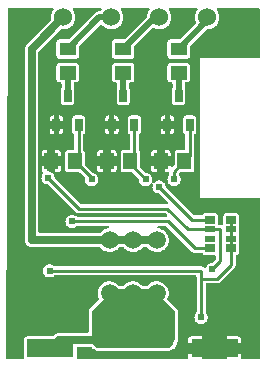
<source format=gbl>
G04 Layer: BottomLayer*
G04 EasyEDA v6.5.23, 2023-04-30 22:23:46*
G04 780a14c897c5458fb3efe7b42501c717,664421963ecb4a5db0a4e46f32b0c09c,10*
G04 Gerber Generator version 0.2*
G04 Scale: 100 percent, Rotated: No, Reflected: No *
G04 Dimensions in millimeters *
G04 leading zeros omitted , absolute positions ,4 integer and 5 decimal *
%FSLAX45Y45*%
%MOMM*%

%AMMACRO1*21,1,$1,$2,0,0,$3*%
%ADD10C,0.6350*%
%ADD11C,0.2540*%
%ADD12C,0.5080*%
%ADD13R,4.0000X1.5000*%
%ADD14MACRO1,0.65X0.8X-90.0000*%
%ADD15MACRO1,0.5X0.8X-90.0000*%
%ADD16MACRO1,1.377X1.1325X-90.0000*%
%ADD17MACRO1,1.07X0.6X-90.0000*%
%ADD18R,1.3770X1.1325*%
%ADD19MACRO1,1.377X1.1325X0.0000*%
%ADD20C,1.5000*%
%ADD21C,1.5240*%
%ADD22O,6.999986000000001X1.3999972*%
%ADD23C,0.6096*%
%ADD24C,0.0167*%

%LPD*%
G36*
X50139Y38608D02*
G01*
X46278Y39370D01*
X42976Y41605D01*
X40792Y44907D01*
X39979Y48818D01*
X51155Y2999282D01*
X51968Y3003143D01*
X54152Y3006445D01*
X57404Y3008630D01*
X61315Y3009392D01*
X429717Y3009392D01*
X434085Y3008376D01*
X437642Y3005582D01*
X439572Y3001518D01*
X439623Y2996996D01*
X437692Y2992932D01*
X436524Y2991459D01*
X429615Y2979724D01*
X424230Y2967177D01*
X420624Y2954020D01*
X418846Y2940507D01*
X418846Y2926892D01*
X419760Y2920085D01*
X419658Y2916986D01*
X418693Y2914040D01*
X416915Y2911551D01*
X213410Y2708097D01*
X207010Y2700528D01*
X202133Y2692349D01*
X198678Y2683510D01*
X196697Y2674061D01*
X196240Y2666746D01*
X196240Y1048003D01*
X196443Y1043025D01*
X197104Y1038301D01*
X198069Y1033627D01*
X199440Y1029106D01*
X201117Y1024636D01*
X203200Y1020368D01*
X205638Y1016253D01*
X208381Y1012393D01*
X211480Y1008735D01*
X214833Y1005382D01*
X218541Y1002284D01*
X222402Y999540D01*
X226466Y997102D01*
X230784Y995019D01*
X235204Y993292D01*
X239725Y991920D01*
X244449Y990955D01*
X249123Y990346D01*
X254152Y990142D01*
X825753Y990142D01*
X828751Y989685D01*
X831545Y988364D01*
X833729Y986282D01*
X838606Y980084D01*
X848309Y970686D01*
X859129Y962710D01*
X870966Y956259D01*
X883564Y951382D01*
X896670Y948283D01*
X910082Y946912D01*
X923544Y947369D01*
X936802Y949604D01*
X949756Y953617D01*
X961948Y959256D01*
X973277Y966520D01*
X983589Y975207D01*
X995222Y988060D01*
X998118Y989584D01*
X1001318Y990092D01*
X1025804Y990092D01*
X1028852Y989634D01*
X1031544Y988314D01*
X1033830Y986231D01*
X1038656Y980084D01*
X1048308Y970686D01*
X1059180Y962710D01*
X1070965Y956259D01*
X1083614Y951382D01*
X1096670Y948283D01*
X1110081Y946912D01*
X1123543Y947369D01*
X1136853Y949604D01*
X1149705Y953617D01*
X1161897Y959256D01*
X1173276Y966520D01*
X1183589Y975207D01*
X1195171Y988060D01*
X1198067Y989584D01*
X1201318Y990092D01*
X1225804Y990092D01*
X1228801Y989634D01*
X1231595Y988314D01*
X1233779Y986231D01*
X1238656Y980084D01*
X1248308Y970686D01*
X1259179Y962710D01*
X1270965Y956259D01*
X1283563Y951382D01*
X1296670Y948283D01*
X1310081Y946912D01*
X1323543Y947369D01*
X1336852Y949604D01*
X1349756Y953617D01*
X1361897Y959256D01*
X1373327Y966520D01*
X1383588Y975207D01*
X1392631Y985215D01*
X1400251Y996340D01*
X1406347Y1008380D01*
X1410766Y1021080D01*
X1413408Y1034287D01*
X1414322Y1047750D01*
X1413408Y1061212D01*
X1410766Y1074420D01*
X1406347Y1087120D01*
X1400251Y1099159D01*
X1392631Y1110284D01*
X1383588Y1120292D01*
X1373327Y1128979D01*
X1361897Y1136243D01*
X1349756Y1141882D01*
X1336852Y1145895D01*
X1325981Y1147724D01*
X1322019Y1149299D01*
X1319022Y1152398D01*
X1317650Y1156411D01*
X1318006Y1160678D01*
X1320038Y1164437D01*
X1323492Y1166977D01*
X1327658Y1167892D01*
X1384909Y1167892D01*
X1388770Y1167130D01*
X1392072Y1164894D01*
X1605381Y951636D01*
X1611680Y946505D01*
X1618284Y942949D01*
X1625549Y940765D01*
X1633575Y939952D01*
X1692097Y939952D01*
X1695500Y939393D01*
X1698447Y937717D01*
X1700733Y935177D01*
X1703984Y929944D01*
X1708099Y925830D01*
X1712975Y922782D01*
X1718411Y920851D01*
X1724761Y920140D01*
X1803552Y920140D01*
X1807514Y919378D01*
X1810715Y917194D01*
X1812950Y913892D01*
X1813763Y909980D01*
X1813763Y888441D01*
X1812950Y884529D01*
X1810715Y881227D01*
X1788718Y859231D01*
X1785874Y857199D01*
X1782470Y856284D01*
X1774545Y855573D01*
X1765046Y853033D01*
X1756156Y848918D01*
X1748129Y843280D01*
X1741170Y836320D01*
X1735531Y828294D01*
X1731213Y818896D01*
X1729079Y815898D01*
X1725980Y813866D01*
X1722374Y813053D01*
X1718716Y813562D01*
X1715465Y815390D01*
X1710689Y819353D01*
X1703984Y822960D01*
X1696770Y825195D01*
X1688795Y826008D01*
X451307Y826058D01*
X447446Y826820D01*
X444195Y829056D01*
X442620Y830580D01*
X434543Y836218D01*
X425704Y840333D01*
X416153Y842873D01*
X406400Y843737D01*
X396595Y842873D01*
X387096Y840333D01*
X378256Y836218D01*
X370128Y830580D01*
X363220Y823620D01*
X357581Y815594D01*
X353415Y806653D01*
X350926Y797204D01*
X350012Y787400D01*
X350926Y777595D01*
X353415Y768146D01*
X357581Y759206D01*
X363220Y751179D01*
X370128Y744220D01*
X378256Y738581D01*
X387096Y734466D01*
X396595Y731926D01*
X406400Y731062D01*
X416153Y731926D01*
X425704Y734466D01*
X434543Y738581D01*
X442620Y744220D01*
X444246Y745845D01*
X447598Y748080D01*
X451408Y748842D01*
X1640281Y748842D01*
X1644243Y748080D01*
X1647545Y745845D01*
X1649679Y742594D01*
X1650492Y738682D01*
X1650390Y438607D01*
X1649679Y434746D01*
X1647443Y431444D01*
X1645920Y429920D01*
X1640281Y421893D01*
X1636115Y412953D01*
X1633575Y403504D01*
X1632712Y393700D01*
X1633575Y383895D01*
X1636115Y374446D01*
X1640281Y365506D01*
X1645920Y357479D01*
X1652879Y350520D01*
X1660906Y344881D01*
X1669796Y340766D01*
X1679295Y338226D01*
X1689150Y337362D01*
X1698904Y338226D01*
X1708404Y340766D01*
X1717243Y344881D01*
X1725320Y350520D01*
X1732229Y357479D01*
X1737918Y365506D01*
X1742084Y374446D01*
X1744573Y383895D01*
X1745488Y393700D01*
X1744573Y403504D01*
X1742084Y412953D01*
X1737918Y421893D01*
X1732229Y429920D01*
X1730654Y431546D01*
X1728368Y434848D01*
X1727606Y438759D01*
X1727707Y670915D01*
X1728419Y674827D01*
X1730654Y678129D01*
X1733956Y680313D01*
X1737817Y681075D01*
X1824075Y681075D01*
X1832152Y681888D01*
X1839315Y684072D01*
X1846072Y687628D01*
X1852218Y692759D01*
X1971141Y811631D01*
X1976272Y817880D01*
X1979777Y824534D01*
X1981962Y831748D01*
X1982825Y839774D01*
X1982825Y911148D01*
X1983638Y915212D01*
X1986025Y918616D01*
X1989632Y920750D01*
X1995424Y922782D01*
X2000300Y925880D01*
X2004364Y929944D01*
X2007463Y934872D01*
X2009393Y940308D01*
X2010156Y946658D01*
X2010156Y1010513D01*
X2009393Y1016812D01*
X2008682Y1018946D01*
X2008124Y1022299D01*
X2009343Y1027785D01*
X2010156Y1034135D01*
X2010156Y1082954D01*
X2009343Y1089304D01*
X2007311Y1095197D01*
X2006752Y1098550D01*
X2007311Y1101902D01*
X2009343Y1107795D01*
X2010156Y1114145D01*
X2010156Y1162964D01*
X2009343Y1169314D01*
X2008682Y1171448D01*
X2008022Y1174800D01*
X2009343Y1180287D01*
X2010054Y1186637D01*
X2010054Y1250492D01*
X2009343Y1256792D01*
X2007463Y1262278D01*
X2004364Y1267155D01*
X2000300Y1271270D01*
X1995424Y1274318D01*
X1989988Y1276248D01*
X1983638Y1276959D01*
X1904746Y1276959D01*
X1898396Y1276248D01*
X1893011Y1274318D01*
X1888032Y1271270D01*
X1883968Y1267155D01*
X1880870Y1262278D01*
X1878990Y1256792D01*
X1878279Y1250492D01*
X1878279Y1186637D01*
X1878075Y1181506D01*
X1876247Y1177950D01*
X1873199Y1175410D01*
X1869338Y1174242D01*
X1865375Y1174648D01*
X1859838Y1176274D01*
X1851863Y1177086D01*
X1840280Y1177086D01*
X1836369Y1177848D01*
X1833067Y1180084D01*
X1830882Y1183335D01*
X1830070Y1187246D01*
X1830070Y1250442D01*
X1829409Y1256792D01*
X1827479Y1262227D01*
X1824431Y1267155D01*
X1820265Y1271219D01*
X1815388Y1274318D01*
X1809902Y1276248D01*
X1803654Y1276959D01*
X1724761Y1276959D01*
X1718411Y1276248D01*
X1712975Y1274318D01*
X1708099Y1271219D01*
X1703984Y1267155D01*
X1700733Y1261922D01*
X1698447Y1259382D01*
X1695399Y1257706D01*
X1692097Y1257147D01*
X1633728Y1257147D01*
X1629867Y1257909D01*
X1626565Y1260144D01*
X1392631Y1494078D01*
X1390599Y1496974D01*
X1389684Y1500378D01*
X1388973Y1508404D01*
X1386484Y1517853D01*
X1382318Y1526794D01*
X1376629Y1534820D01*
X1369720Y1541780D01*
X1361643Y1547418D01*
X1352804Y1551533D01*
X1343304Y1554073D01*
X1333550Y1554937D01*
X1323695Y1554073D01*
X1314196Y1551533D01*
X1305306Y1547418D01*
X1297279Y1541780D01*
X1290320Y1534820D01*
X1287373Y1532128D01*
X1283563Y1530756D01*
X1279601Y1530959D01*
X1276045Y1532686D01*
X1273352Y1535684D01*
X1272082Y1539443D01*
X1272336Y1543456D01*
X1274673Y1552295D01*
X1275588Y1562100D01*
X1274673Y1571904D01*
X1272184Y1581353D01*
X1268018Y1590294D01*
X1262329Y1598320D01*
X1255420Y1605280D01*
X1247343Y1610918D01*
X1238504Y1615033D01*
X1229004Y1617573D01*
X1220927Y1618284D01*
X1217523Y1619199D01*
X1214628Y1621231D01*
X1176070Y1659788D01*
X1173937Y1663090D01*
X1173124Y1666951D01*
X1173124Y1782775D01*
X1172464Y1789125D01*
X1170533Y1794560D01*
X1167434Y1799488D01*
X1165250Y1801622D01*
X1163066Y1804924D01*
X1162304Y1808784D01*
X1162304Y1938782D01*
X1162862Y1942134D01*
X1164488Y1945132D01*
X1167079Y1947367D01*
X1169771Y1949094D01*
X1173937Y1953209D01*
X1176985Y1958086D01*
X1178915Y1963572D01*
X1179576Y1969871D01*
X1179576Y2075738D01*
X1178915Y2082088D01*
X1176985Y2087524D01*
X1173937Y2092401D01*
X1169771Y2096516D01*
X1164894Y2099614D01*
X1159408Y2101494D01*
X1153109Y2102205D01*
X1094232Y2102205D01*
X1087983Y2101494D01*
X1082446Y2099614D01*
X1077569Y2096516D01*
X1073454Y2092401D01*
X1070457Y2087524D01*
X1068527Y2082088D01*
X1067765Y2075738D01*
X1067765Y1969871D01*
X1068527Y1963572D01*
X1070457Y1958086D01*
X1073454Y1953209D01*
X1077569Y1949094D01*
X1080312Y1947367D01*
X1082852Y1945132D01*
X1084529Y1942134D01*
X1085138Y1938782D01*
X1085138Y1819402D01*
X1084275Y1815541D01*
X1082141Y1812239D01*
X1078788Y1810054D01*
X1074928Y1809242D01*
X1034542Y1809242D01*
X1028192Y1808530D01*
X1022756Y1806651D01*
X1017828Y1803552D01*
X1013815Y1799488D01*
X1010666Y1794560D01*
X1008735Y1789125D01*
X1008024Y1782775D01*
X1008024Y1646224D01*
X1008735Y1639874D01*
X1010666Y1634439D01*
X1013815Y1629511D01*
X1017828Y1625447D01*
X1022756Y1622348D01*
X1028192Y1620469D01*
X1034542Y1619758D01*
X1102715Y1619758D01*
X1106627Y1618945D01*
X1109980Y1616760D01*
X1160018Y1566621D01*
X1162050Y1563725D01*
X1162964Y1560322D01*
X1163726Y1552295D01*
X1166215Y1542846D01*
X1170381Y1533906D01*
X1176020Y1525879D01*
X1182928Y1518920D01*
X1191056Y1513281D01*
X1199896Y1509166D01*
X1209395Y1506626D01*
X1219250Y1505762D01*
X1229004Y1506626D01*
X1238504Y1509166D01*
X1247343Y1513281D01*
X1255420Y1518920D01*
X1262329Y1525879D01*
X1265275Y1528572D01*
X1269136Y1529943D01*
X1273098Y1529740D01*
X1276654Y1528013D01*
X1279347Y1525016D01*
X1280617Y1521256D01*
X1280363Y1517243D01*
X1277975Y1508404D01*
X1277112Y1498600D01*
X1277975Y1488795D01*
X1280515Y1479346D01*
X1284681Y1470406D01*
X1290320Y1462379D01*
X1297279Y1455420D01*
X1305306Y1449781D01*
X1314196Y1445666D01*
X1323695Y1443126D01*
X1331722Y1442415D01*
X1335125Y1441500D01*
X1338072Y1439468D01*
X1407058Y1370380D01*
X1409293Y1367129D01*
X1410106Y1363218D01*
X1409293Y1359306D01*
X1407058Y1356055D01*
X1403756Y1353820D01*
X1399895Y1353058D01*
X674268Y1353058D01*
X670407Y1353820D01*
X667054Y1356055D01*
X452831Y1570278D01*
X450799Y1573174D01*
X449884Y1576578D01*
X449173Y1584604D01*
X446684Y1594053D01*
X439978Y1608124D01*
X429920Y1617980D01*
X421843Y1623618D01*
X413004Y1627733D01*
X403453Y1630273D01*
X395325Y1630984D01*
X391668Y1632000D01*
X388670Y1634286D01*
X386689Y1637436D01*
X386080Y1641144D01*
X386080Y1673707D01*
X338175Y1673707D01*
X338175Y1646224D01*
X338836Y1639874D01*
X340766Y1634439D01*
X343814Y1629511D01*
X350774Y1622602D01*
X352348Y1618843D01*
X352196Y1614830D01*
X350621Y1611172D01*
X344881Y1602994D01*
X340715Y1594053D01*
X338226Y1584604D01*
X337312Y1574800D01*
X338226Y1564995D01*
X340715Y1555546D01*
X344881Y1546606D01*
X350520Y1538579D01*
X357428Y1531620D01*
X365556Y1525981D01*
X374396Y1521866D01*
X383895Y1519326D01*
X391972Y1518615D01*
X395376Y1517700D01*
X398272Y1515668D01*
X626414Y1287526D01*
X632612Y1282395D01*
X639267Y1278839D01*
X646480Y1276654D01*
X654507Y1275842D01*
X1383131Y1275842D01*
X1386992Y1275080D01*
X1390345Y1272844D01*
X1400708Y1262430D01*
X1402943Y1259179D01*
X1403756Y1255268D01*
X1402943Y1251356D01*
X1400708Y1248105D01*
X1397406Y1245870D01*
X1393545Y1245108D01*
X641858Y1245108D01*
X637997Y1245870D01*
X634746Y1248105D01*
X633120Y1249680D01*
X625043Y1255318D01*
X616204Y1259433D01*
X606653Y1261973D01*
X596900Y1262837D01*
X587095Y1261973D01*
X577596Y1259433D01*
X568756Y1255318D01*
X560628Y1249680D01*
X553720Y1242720D01*
X548081Y1234694D01*
X543915Y1225753D01*
X541426Y1216304D01*
X540512Y1206500D01*
X541426Y1196695D01*
X543915Y1187246D01*
X548081Y1178306D01*
X553720Y1170279D01*
X560628Y1163320D01*
X568756Y1157681D01*
X577596Y1153566D01*
X587095Y1151026D01*
X596900Y1150162D01*
X606653Y1151026D01*
X616204Y1153566D01*
X625043Y1157681D01*
X633120Y1163320D01*
X634746Y1164894D01*
X637997Y1167130D01*
X641858Y1167892D01*
X899566Y1167892D01*
X903884Y1166926D01*
X907338Y1164285D01*
X909370Y1160424D01*
X909574Y1156055D01*
X907897Y1151991D01*
X904798Y1148994D01*
X900582Y1147622D01*
X896670Y1147216D01*
X883564Y1144117D01*
X870966Y1139240D01*
X859129Y1132789D01*
X848309Y1124813D01*
X838606Y1115415D01*
X833780Y1109319D01*
X831596Y1107236D01*
X828852Y1105916D01*
X825804Y1105458D01*
X321716Y1105458D01*
X317804Y1106220D01*
X314553Y1108456D01*
X312369Y1111707D01*
X311556Y1115618D01*
X311556Y2638958D01*
X312369Y2642870D01*
X314553Y2646121D01*
X498246Y2829814D01*
X502005Y2832201D01*
X506425Y2832760D01*
X517245Y2831693D01*
X530910Y2832150D01*
X544372Y2834386D01*
X557377Y2838450D01*
X569772Y2844190D01*
X581253Y2851505D01*
X591718Y2860294D01*
X600811Y2870454D01*
X608533Y2881680D01*
X614730Y2893822D01*
X619150Y2906725D01*
X621842Y2920085D01*
X622757Y2933700D01*
X621842Y2947314D01*
X619150Y2960674D01*
X614730Y2973578D01*
X608533Y2985719D01*
X603199Y2993491D01*
X601522Y2997555D01*
X601776Y3001924D01*
X603808Y3005785D01*
X607314Y3008477D01*
X611530Y3009392D01*
X836117Y3009392D01*
X840384Y3008477D01*
X843889Y3005785D01*
X845921Y3001924D01*
X846175Y2997555D01*
X844448Y2993491D01*
X841654Y2989376D01*
X839419Y2987040D01*
X836523Y2985516D01*
X833272Y2985008D01*
X822604Y2984804D01*
X818184Y2984195D01*
X813816Y2983230D01*
X809599Y2981909D01*
X805383Y2980182D01*
X801420Y2978099D01*
X797661Y2975711D01*
X794105Y2973019D01*
X790651Y2969818D01*
X571754Y2750921D01*
X568452Y2748737D01*
X564540Y2747924D01*
X490474Y2747924D01*
X484225Y2747213D01*
X478688Y2745333D01*
X473811Y2742234D01*
X469696Y2738120D01*
X466699Y2733243D01*
X464769Y2727807D01*
X464007Y2721457D01*
X464007Y2609342D01*
X464769Y2603042D01*
X466699Y2597556D01*
X469696Y2592679D01*
X473811Y2588564D01*
X478688Y2585516D01*
X484225Y2583586D01*
X490474Y2582875D01*
X627075Y2582875D01*
X633374Y2583586D01*
X638860Y2585516D01*
X643737Y2588564D01*
X647903Y2592679D01*
X650900Y2597556D01*
X652830Y2603042D01*
X653542Y2609342D01*
X653542Y2683408D01*
X654304Y2687269D01*
X656488Y2690571D01*
X834440Y2868422D01*
X837946Y2870758D01*
X842162Y2871368D01*
X846277Y2870250D01*
X849579Y2867558D01*
X851357Y2865221D01*
X861161Y2855722D01*
X872134Y2847644D01*
X884123Y2841091D01*
X896823Y2836214D01*
X910082Y2833014D01*
X923645Y2831693D01*
X937310Y2832150D01*
X950772Y2834386D01*
X963777Y2838450D01*
X976172Y2844190D01*
X987653Y2851505D01*
X998118Y2860294D01*
X1007211Y2870454D01*
X1014933Y2881680D01*
X1021130Y2893822D01*
X1025550Y2906725D01*
X1028242Y2920085D01*
X1029157Y2933700D01*
X1028242Y2947314D01*
X1025550Y2960674D01*
X1021130Y2973578D01*
X1014933Y2985719D01*
X1009548Y2993491D01*
X1007922Y2997555D01*
X1008126Y3001924D01*
X1010208Y3005836D01*
X1013714Y3008477D01*
X1017930Y3009392D01*
X1242517Y3009442D01*
X1246936Y3008426D01*
X1250442Y3005632D01*
X1252474Y3001568D01*
X1252474Y2997047D01*
X1250543Y2992983D01*
X1249324Y2991459D01*
X1242364Y2979724D01*
X1237030Y2967177D01*
X1233424Y2954020D01*
X1232154Y2944368D01*
X1231188Y2941218D01*
X1229258Y2938526D01*
X1041653Y2750921D01*
X1038352Y2748737D01*
X1034440Y2747924D01*
X960374Y2747924D01*
X954125Y2747213D01*
X948588Y2745333D01*
X943711Y2742234D01*
X939596Y2738120D01*
X936599Y2733243D01*
X934669Y2727807D01*
X933907Y2721457D01*
X933907Y2609342D01*
X934669Y2603042D01*
X936599Y2597556D01*
X939596Y2592679D01*
X943711Y2588564D01*
X948588Y2585516D01*
X954125Y2583586D01*
X960374Y2582875D01*
X1096975Y2582875D01*
X1103274Y2583586D01*
X1108760Y2585516D01*
X1113637Y2588564D01*
X1117803Y2592679D01*
X1120800Y2597556D01*
X1122730Y2603042D01*
X1123442Y2609342D01*
X1123442Y2683408D01*
X1124204Y2687269D01*
X1126388Y2690571D01*
X1276400Y2840532D01*
X1280007Y2842869D01*
X1284325Y2843479D01*
X1288440Y2842260D01*
X1290574Y2841091D01*
X1303274Y2836214D01*
X1316532Y2833014D01*
X1330045Y2831693D01*
X1343761Y2832150D01*
X1357122Y2834386D01*
X1370177Y2838450D01*
X1382522Y2844190D01*
X1394104Y2851505D01*
X1404518Y2860294D01*
X1413611Y2870454D01*
X1421333Y2881680D01*
X1427530Y2893822D01*
X1431950Y2906725D01*
X1434693Y2920085D01*
X1435608Y2933700D01*
X1434693Y2947314D01*
X1431950Y2960674D01*
X1427530Y2973578D01*
X1421333Y2985719D01*
X1415999Y2993491D01*
X1414322Y2997555D01*
X1414526Y3001924D01*
X1416558Y3005836D01*
X1420063Y3008477D01*
X1424381Y3009442D01*
X1648917Y3009442D01*
X1653336Y3008426D01*
X1656842Y3005632D01*
X1658874Y3001568D01*
X1658874Y2997047D01*
X1656943Y2992983D01*
X1655724Y2991459D01*
X1648764Y2979724D01*
X1643430Y2967177D01*
X1639824Y2954020D01*
X1637995Y2940507D01*
X1637995Y2926892D01*
X1639824Y2913380D01*
X1643430Y2900222D01*
X1645920Y2894330D01*
X1646732Y2890418D01*
X1645970Y2886456D01*
X1643786Y2883154D01*
X1511554Y2750921D01*
X1508302Y2748737D01*
X1504340Y2747924D01*
X1430274Y2747924D01*
X1424025Y2747213D01*
X1418488Y2745333D01*
X1413611Y2742234D01*
X1409496Y2738120D01*
X1406448Y2733243D01*
X1404518Y2727807D01*
X1403858Y2721457D01*
X1403858Y2609342D01*
X1404518Y2603042D01*
X1406448Y2597556D01*
X1409496Y2592679D01*
X1413611Y2588564D01*
X1418488Y2585516D01*
X1424025Y2583586D01*
X1430274Y2582875D01*
X1566926Y2582875D01*
X1573174Y2583586D01*
X1578711Y2585516D01*
X1583588Y2588564D01*
X1587652Y2592679D01*
X1590700Y2597556D01*
X1592630Y2603042D01*
X1593342Y2609342D01*
X1593342Y2683408D01*
X1594104Y2687269D01*
X1596288Y2690571D01*
X1734616Y2828848D01*
X1737766Y2830982D01*
X1741424Y2831846D01*
X1750161Y2832150D01*
X1763522Y2834386D01*
X1776577Y2838450D01*
X1788922Y2844190D01*
X1800504Y2851505D01*
X1810918Y2860294D01*
X1820011Y2870454D01*
X1827733Y2881680D01*
X1833930Y2893822D01*
X1838350Y2906725D01*
X1841093Y2920085D01*
X1842007Y2933700D01*
X1841093Y2947314D01*
X1838350Y2960674D01*
X1833930Y2973578D01*
X1827733Y2985719D01*
X1822399Y2993542D01*
X1820773Y2997606D01*
X1820925Y3001975D01*
X1822957Y3005836D01*
X1826463Y3008477D01*
X1830781Y3009442D01*
X2177440Y3009442D01*
X2181402Y3008680D01*
X2184654Y3006445D01*
X2186838Y3003194D01*
X2187600Y2999282D01*
X2187600Y2600960D01*
X2186838Y2597048D01*
X2184654Y2593797D01*
X2181402Y2591562D01*
X2177440Y2590800D01*
X1676450Y2590800D01*
X1676450Y1403350D01*
X2177440Y1403350D01*
X2181402Y1402588D01*
X2184654Y1400352D01*
X2186838Y1397101D01*
X2187600Y1393190D01*
X2187600Y48768D01*
X2186838Y44856D01*
X2184654Y41605D01*
X2181402Y39370D01*
X2177440Y38608D01*
X2038756Y38608D01*
X2034641Y39471D01*
X2031136Y42011D01*
X2029104Y45669D01*
X2028647Y49885D01*
X2029358Y56184D01*
X2029358Y86766D01*
X1909825Y86766D01*
X1909825Y48768D01*
X1909013Y44856D01*
X1906778Y41605D01*
X1903577Y39370D01*
X1899615Y38608D01*
X1707286Y38608D01*
X1703324Y39370D01*
X1700123Y41605D01*
X1697888Y44856D01*
X1697075Y48768D01*
X1697075Y86766D01*
X1577543Y86766D01*
X1577543Y56184D01*
X1578254Y49885D01*
X1577797Y45669D01*
X1575765Y42011D01*
X1572260Y39471D01*
X1568145Y38608D01*
X648055Y38608D01*
X643991Y39471D01*
X640537Y42011D01*
X638403Y45669D01*
X637997Y49885D01*
X638708Y56184D01*
X638708Y135382D01*
X639470Y139293D01*
X641654Y142544D01*
X645007Y144780D01*
X648919Y145542D01*
X753770Y145542D01*
X758139Y144576D01*
X761746Y141782D01*
X764946Y137769D01*
X774547Y128828D01*
X785215Y121259D01*
X796899Y115265D01*
X809193Y110896D01*
X821994Y108204D01*
X835456Y107289D01*
X1394764Y107289D01*
X1408074Y108204D01*
X1420977Y110896D01*
X1433220Y115265D01*
X1444904Y121259D01*
X1455572Y128828D01*
X1465122Y137769D01*
X1473352Y147929D01*
X1480159Y159105D01*
X1485392Y171094D01*
X1488897Y183692D01*
X1489913Y190652D01*
X1491996Y197408D01*
X1492758Y203708D01*
X1492758Y444144D01*
X1492046Y450189D01*
X1490167Y455676D01*
X1487068Y460603D01*
X1484934Y462991D01*
X1405890Y541985D01*
X1403604Y545541D01*
X1402943Y549656D01*
X1403959Y553770D01*
X1406347Y558393D01*
X1410766Y571093D01*
X1413408Y584301D01*
X1414322Y597763D01*
X1413408Y611225D01*
X1410766Y624433D01*
X1406347Y637133D01*
X1400251Y649173D01*
X1392631Y660298D01*
X1383588Y670306D01*
X1373327Y678992D01*
X1361897Y686257D01*
X1349756Y691896D01*
X1336852Y695909D01*
X1323543Y698144D01*
X1310081Y698601D01*
X1296670Y697230D01*
X1283563Y694131D01*
X1270965Y689254D01*
X1259179Y682802D01*
X1248308Y674827D01*
X1238656Y665429D01*
X1233779Y659282D01*
X1231595Y657199D01*
X1228801Y655878D01*
X1225804Y655421D01*
X1201318Y655421D01*
X1198067Y655929D01*
X1195171Y657453D01*
X1183589Y670306D01*
X1173276Y678992D01*
X1161897Y686257D01*
X1149705Y691896D01*
X1136853Y695909D01*
X1123543Y698144D01*
X1110081Y698601D01*
X1096670Y697230D01*
X1083614Y694131D01*
X1070965Y689254D01*
X1059180Y682802D01*
X1048308Y674827D01*
X1038656Y665429D01*
X1033830Y659282D01*
X1031544Y657199D01*
X1028852Y655878D01*
X1025804Y655421D01*
X1001318Y655421D01*
X998118Y655929D01*
X995222Y657453D01*
X983589Y670306D01*
X973277Y678992D01*
X961948Y686257D01*
X949756Y691896D01*
X936802Y695909D01*
X923544Y698144D01*
X910082Y698601D01*
X896670Y697230D01*
X883564Y694131D01*
X870966Y689254D01*
X859129Y682802D01*
X848309Y674827D01*
X838606Y665429D01*
X830275Y654862D01*
X823417Y643280D01*
X818134Y630834D01*
X814578Y617880D01*
X812800Y604520D01*
X812800Y591007D01*
X814578Y577646D01*
X818134Y564692D01*
X823061Y553008D01*
X823874Y549097D01*
X823112Y545134D01*
X820928Y541832D01*
X743864Y464769D01*
X740054Y460044D01*
X737514Y454812D01*
X736295Y449173D01*
X736092Y445973D01*
X736092Y271018D01*
X735330Y267106D01*
X733094Y263855D01*
X729792Y261620D01*
X725932Y260858D01*
X485800Y260858D01*
X475945Y260045D01*
X466699Y257708D01*
X457962Y253898D01*
X449884Y248615D01*
X444398Y243738D01*
X435101Y234492D01*
X431800Y232308D01*
X427939Y231495D01*
X213360Y231495D01*
X207010Y230784D01*
X201574Y228904D01*
X196646Y225806D01*
X192633Y221742D01*
X189484Y216814D01*
X187604Y211378D01*
X186893Y205028D01*
X186893Y56184D01*
X187553Y49885D01*
X187147Y45669D01*
X185064Y42011D01*
X181610Y39471D01*
X177546Y38608D01*
G37*

%LPC*%
G36*
X1577543Y174447D02*
G01*
X1697075Y174447D01*
X1697075Y231495D01*
X1604010Y231495D01*
X1597660Y230784D01*
X1592224Y228904D01*
X1587296Y225806D01*
X1583232Y221742D01*
X1580184Y216814D01*
X1578254Y211378D01*
X1577543Y205028D01*
G37*
G36*
X1909825Y174447D02*
G01*
X2029358Y174447D01*
X2029358Y205028D01*
X2028647Y211378D01*
X2026716Y216814D01*
X2023668Y221742D01*
X2019554Y225806D01*
X2014677Y228904D01*
X2009241Y230784D01*
X2002891Y231495D01*
X1909825Y231495D01*
G37*
G36*
X1460550Y1505762D02*
G01*
X1470304Y1506626D01*
X1479804Y1509166D01*
X1488643Y1513281D01*
X1496720Y1518920D01*
X1503629Y1525879D01*
X1509318Y1533906D01*
X1513484Y1542846D01*
X1515973Y1552295D01*
X1516888Y1562100D01*
X1515973Y1571904D01*
X1513484Y1581353D01*
X1509318Y1590294D01*
X1503629Y1598320D01*
X1502156Y1599844D01*
X1499920Y1603146D01*
X1499108Y1607058D01*
X1499920Y1610918D01*
X1502156Y1614220D01*
X1504645Y1616760D01*
X1507947Y1618945D01*
X1511808Y1619758D01*
X1603857Y1619758D01*
X1610207Y1620469D01*
X1615643Y1622348D01*
X1620520Y1625447D01*
X1624634Y1629511D01*
X1627682Y1634439D01*
X1629613Y1639874D01*
X1630324Y1646224D01*
X1630324Y1747723D01*
X1631442Y1752752D01*
X1632204Y1760778D01*
X1632204Y1938782D01*
X1632762Y1942134D01*
X1634388Y1945132D01*
X1636979Y1947367D01*
X1639722Y1949094D01*
X1643786Y1953209D01*
X1646885Y1958086D01*
X1648764Y1963572D01*
X1649475Y1969871D01*
X1649475Y2075738D01*
X1648764Y2082088D01*
X1646885Y2087524D01*
X1643786Y2092401D01*
X1639722Y2096516D01*
X1634845Y2099614D01*
X1629308Y2101494D01*
X1623060Y2102205D01*
X1564182Y2102205D01*
X1557832Y2101494D01*
X1552397Y2099614D01*
X1547520Y2096516D01*
X1543354Y2092401D01*
X1540357Y2087524D01*
X1538427Y2082088D01*
X1537665Y2075738D01*
X1537665Y1969871D01*
X1538427Y1963572D01*
X1540357Y1958086D01*
X1543354Y1953209D01*
X1547520Y1949094D01*
X1550212Y1947367D01*
X1552752Y1945132D01*
X1554429Y1942134D01*
X1554988Y1938782D01*
X1554988Y1819402D01*
X1554226Y1815541D01*
X1552041Y1812239D01*
X1548688Y1810054D01*
X1544828Y1809242D01*
X1491742Y1809242D01*
X1485392Y1808530D01*
X1479956Y1806651D01*
X1475079Y1803552D01*
X1470964Y1799488D01*
X1467916Y1794560D01*
X1465986Y1789125D01*
X1465224Y1782775D01*
X1465224Y1690776D01*
X1464513Y1686864D01*
X1462278Y1683613D01*
X1447647Y1668983D01*
X1444091Y1666646D01*
X1439926Y1666036D01*
X1435811Y1667154D01*
X1432458Y1669897D01*
X1430629Y1673707D01*
X1382420Y1673707D01*
X1382420Y1619758D01*
X1403858Y1619758D01*
X1410563Y1620520D01*
X1414830Y1620062D01*
X1418488Y1617980D01*
X1420977Y1614576D01*
X1421892Y1610410D01*
X1421892Y1607108D01*
X1421079Y1603197D01*
X1418945Y1599895D01*
X1417320Y1598320D01*
X1411681Y1590294D01*
X1407515Y1581353D01*
X1404975Y1571904D01*
X1404112Y1562100D01*
X1404975Y1552295D01*
X1407515Y1542846D01*
X1411681Y1533906D01*
X1417320Y1525879D01*
X1424279Y1518920D01*
X1432306Y1513281D01*
X1441196Y1509166D01*
X1450695Y1506626D01*
G37*
G36*
X762000Y1505762D02*
G01*
X771753Y1506626D01*
X781304Y1509166D01*
X790143Y1513281D01*
X798220Y1518920D01*
X805180Y1525879D01*
X810768Y1533906D01*
X814984Y1542846D01*
X817473Y1552295D01*
X818388Y1562100D01*
X817473Y1571904D01*
X814984Y1581353D01*
X810768Y1590294D01*
X805180Y1598320D01*
X798220Y1605280D01*
X790143Y1610918D01*
X781304Y1615033D01*
X774954Y1616710D01*
X772515Y1617726D01*
X770382Y1619351D01*
X706170Y1683562D01*
X704037Y1686864D01*
X703224Y1690776D01*
X703224Y1782775D01*
X702564Y1789125D01*
X700633Y1794560D01*
X697534Y1799488D01*
X695350Y1801622D01*
X693166Y1804924D01*
X692404Y1808784D01*
X692404Y1938782D01*
X692962Y1942134D01*
X694588Y1945132D01*
X697179Y1947367D01*
X699871Y1949094D01*
X704037Y1953209D01*
X707085Y1958086D01*
X709015Y1963572D01*
X709676Y1969871D01*
X709676Y2075738D01*
X709015Y2082088D01*
X707085Y2087524D01*
X704037Y2092401D01*
X699871Y2096516D01*
X694994Y2099614D01*
X689508Y2101494D01*
X683209Y2102205D01*
X624332Y2102205D01*
X618083Y2101494D01*
X612546Y2099614D01*
X607669Y2096516D01*
X603554Y2092401D01*
X600557Y2087524D01*
X598627Y2082088D01*
X597865Y2075738D01*
X597865Y1969871D01*
X598627Y1963572D01*
X600557Y1958086D01*
X603554Y1953209D01*
X607669Y1949094D01*
X610412Y1947367D01*
X612952Y1945132D01*
X614629Y1942134D01*
X615238Y1938782D01*
X615238Y1819402D01*
X614375Y1815541D01*
X612241Y1812239D01*
X608888Y1810054D01*
X605028Y1809242D01*
X564642Y1809242D01*
X558292Y1808530D01*
X552856Y1806651D01*
X547928Y1803552D01*
X543915Y1799488D01*
X540766Y1794560D01*
X538835Y1789125D01*
X538124Y1782775D01*
X538124Y1646224D01*
X538835Y1639874D01*
X540766Y1634439D01*
X543915Y1629511D01*
X547928Y1625447D01*
X552856Y1622348D01*
X558292Y1620469D01*
X564642Y1619758D01*
X656691Y1619758D01*
X660552Y1618945D01*
X663803Y1616760D01*
X703326Y1577238D01*
X705662Y1573530D01*
X706221Y1569212D01*
X705612Y1562100D01*
X706526Y1552295D01*
X709015Y1542846D01*
X713181Y1533906D01*
X718820Y1525879D01*
X725728Y1518920D01*
X733856Y1513281D01*
X742696Y1509166D01*
X752195Y1506626D01*
G37*
G36*
X455320Y1619758D02*
G01*
X476707Y1619758D01*
X483057Y1620469D01*
X488492Y1622348D01*
X493420Y1625447D01*
X497484Y1629511D01*
X500583Y1634439D01*
X502513Y1639874D01*
X503275Y1646224D01*
X503275Y1673707D01*
X455320Y1673707D01*
G37*
G36*
X925220Y1619758D02*
G01*
X946607Y1619758D01*
X952957Y1620469D01*
X958392Y1622348D01*
X963320Y1625447D01*
X967384Y1629511D01*
X970483Y1634439D01*
X972413Y1639874D01*
X973175Y1646224D01*
X973175Y1673707D01*
X925220Y1673707D01*
G37*
G36*
X834542Y1619758D02*
G01*
X855980Y1619758D01*
X855980Y1673707D01*
X808075Y1673707D01*
X808075Y1646224D01*
X808736Y1639874D01*
X810666Y1634439D01*
X813714Y1629511D01*
X817880Y1625447D01*
X822756Y1622348D01*
X828192Y1620469D01*
G37*
G36*
X1291691Y1619758D02*
G01*
X1313129Y1619758D01*
X1313129Y1673707D01*
X1265275Y1673707D01*
X1265275Y1646224D01*
X1265986Y1639874D01*
X1267866Y1634439D01*
X1270965Y1629511D01*
X1275029Y1625447D01*
X1279906Y1622348D01*
X1285392Y1620469D01*
G37*
G36*
X808075Y1755292D02*
G01*
X855980Y1755292D01*
X855980Y1809242D01*
X834542Y1809242D01*
X828192Y1808530D01*
X822756Y1806651D01*
X817880Y1803552D01*
X813714Y1799488D01*
X810666Y1794560D01*
X808736Y1789125D01*
X808075Y1782775D01*
G37*
G36*
X338175Y1755292D02*
G01*
X386080Y1755292D01*
X386080Y1809242D01*
X364642Y1809242D01*
X358292Y1808530D01*
X352856Y1806651D01*
X347980Y1803552D01*
X343814Y1799488D01*
X340766Y1794560D01*
X338836Y1789125D01*
X338175Y1782775D01*
G37*
G36*
X925220Y1755292D02*
G01*
X973175Y1755292D01*
X973175Y1782775D01*
X972413Y1789125D01*
X970483Y1794560D01*
X967384Y1799488D01*
X963320Y1803552D01*
X958392Y1806651D01*
X952957Y1808530D01*
X946607Y1809242D01*
X925220Y1809242D01*
G37*
G36*
X455320Y1755292D02*
G01*
X503275Y1755292D01*
X503275Y1782775D01*
X502513Y1789125D01*
X500583Y1794560D01*
X497484Y1799488D01*
X493420Y1803552D01*
X488492Y1806651D01*
X483057Y1808530D01*
X476707Y1809242D01*
X455320Y1809242D01*
G37*
G36*
X1382420Y1755292D02*
G01*
X1430375Y1755292D01*
X1430375Y1782775D01*
X1429613Y1789125D01*
X1427683Y1794560D01*
X1424584Y1799488D01*
X1420520Y1803552D01*
X1415643Y1806651D01*
X1410208Y1808530D01*
X1403858Y1809242D01*
X1382420Y1809242D01*
G37*
G36*
X1265275Y1755292D02*
G01*
X1313129Y1755292D01*
X1313129Y1809242D01*
X1291691Y1809242D01*
X1285392Y1808530D01*
X1279906Y1806651D01*
X1275029Y1803552D01*
X1270965Y1799488D01*
X1267866Y1794560D01*
X1265986Y1789125D01*
X1265275Y1782775D01*
G37*
G36*
X434390Y1943404D02*
G01*
X442417Y1943404D01*
X442417Y1989734D01*
X407873Y1989734D01*
X407873Y1969871D01*
X408584Y1963572D01*
X410514Y1958086D01*
X413562Y1953209D01*
X417677Y1949094D01*
X422554Y1946046D01*
X428091Y1944116D01*
G37*
G36*
X955090Y1943404D02*
G01*
X963117Y1943404D01*
X969416Y1944116D01*
X974902Y1946046D01*
X979779Y1949094D01*
X983945Y1953209D01*
X986942Y1958086D01*
X988872Y1963572D01*
X989584Y1969871D01*
X989584Y1989734D01*
X955090Y1989734D01*
G37*
G36*
X485190Y1943404D02*
G01*
X493217Y1943404D01*
X499516Y1944116D01*
X505002Y1946046D01*
X509879Y1949094D01*
X514045Y1953209D01*
X517042Y1958086D01*
X518972Y1963572D01*
X519684Y1969871D01*
X519684Y1989734D01*
X485190Y1989734D01*
G37*
G36*
X904290Y1943404D02*
G01*
X912317Y1943404D01*
X912317Y1989734D01*
X877773Y1989734D01*
X877773Y1969871D01*
X878484Y1963572D01*
X880414Y1958086D01*
X883462Y1953209D01*
X887577Y1949094D01*
X892454Y1946046D01*
X897991Y1944116D01*
G37*
G36*
X1374140Y1943404D02*
G01*
X1382217Y1943404D01*
X1382217Y1989734D01*
X1347724Y1989734D01*
X1347724Y1969871D01*
X1348384Y1963572D01*
X1350314Y1958086D01*
X1353362Y1953209D01*
X1357477Y1949094D01*
X1362354Y1946046D01*
X1367891Y1944116D01*
G37*
G36*
X1424940Y1943404D02*
G01*
X1433017Y1943404D01*
X1439316Y1944116D01*
X1444802Y1946046D01*
X1449679Y1949094D01*
X1453845Y1953209D01*
X1456842Y1958086D01*
X1458772Y1963572D01*
X1459534Y1969871D01*
X1459534Y1989734D01*
X1424940Y1989734D01*
G37*
G36*
X955090Y2055926D02*
G01*
X989584Y2055926D01*
X989584Y2075738D01*
X988872Y2082088D01*
X986942Y2087524D01*
X983945Y2092401D01*
X979779Y2096516D01*
X974902Y2099614D01*
X969416Y2101494D01*
X963117Y2102205D01*
X955090Y2102205D01*
G37*
G36*
X407873Y2055926D02*
G01*
X442417Y2055926D01*
X442417Y2102205D01*
X434390Y2102205D01*
X428091Y2101494D01*
X422554Y2099614D01*
X417677Y2096516D01*
X413562Y2092401D01*
X410514Y2087524D01*
X408584Y2082088D01*
X407873Y2075738D01*
G37*
G36*
X485190Y2055926D02*
G01*
X519684Y2055926D01*
X519684Y2075738D01*
X518972Y2082088D01*
X517042Y2087524D01*
X514045Y2092401D01*
X509879Y2096516D01*
X505002Y2099614D01*
X499516Y2101494D01*
X493217Y2102205D01*
X485190Y2102205D01*
G37*
G36*
X877773Y2055926D02*
G01*
X912317Y2055926D01*
X912317Y2102205D01*
X904290Y2102205D01*
X897991Y2101494D01*
X892454Y2099614D01*
X887577Y2096516D01*
X883462Y2092401D01*
X880414Y2087524D01*
X878484Y2082088D01*
X877773Y2075738D01*
G37*
G36*
X1424940Y2055926D02*
G01*
X1459534Y2055926D01*
X1459534Y2075738D01*
X1458772Y2082088D01*
X1456842Y2087524D01*
X1453845Y2092401D01*
X1449679Y2096516D01*
X1444802Y2099614D01*
X1439316Y2101494D01*
X1433017Y2102205D01*
X1424940Y2102205D01*
G37*
G36*
X1347724Y2055926D02*
G01*
X1382217Y2055926D01*
X1382217Y2102205D01*
X1374140Y2102205D01*
X1367891Y2101494D01*
X1362354Y2099614D01*
X1357477Y2096516D01*
X1353362Y2092401D01*
X1350314Y2087524D01*
X1348384Y2082088D01*
X1347724Y2075738D01*
G37*
G36*
X999236Y2190394D02*
G01*
X1058164Y2190394D01*
X1064412Y2191105D01*
X1069949Y2193036D01*
X1074826Y2196084D01*
X1078890Y2200198D01*
X1081938Y2205075D01*
X1083868Y2210562D01*
X1084630Y2216861D01*
X1084630Y2322728D01*
X1083868Y2329078D01*
X1080363Y2337765D01*
X1080008Y2340610D01*
X1080008Y2372715D01*
X1080770Y2376576D01*
X1082954Y2379878D01*
X1086256Y2382062D01*
X1090168Y2382875D01*
X1096975Y2382875D01*
X1103274Y2383586D01*
X1108760Y2385466D01*
X1113637Y2388565D01*
X1117803Y2392680D01*
X1120800Y2397556D01*
X1122730Y2402992D01*
X1123442Y2409342D01*
X1123442Y2521458D01*
X1122730Y2527757D01*
X1120800Y2533243D01*
X1117803Y2538120D01*
X1113637Y2542235D01*
X1108760Y2545283D01*
X1103274Y2547213D01*
X1096975Y2547924D01*
X960374Y2547924D01*
X954125Y2547213D01*
X948588Y2545283D01*
X943711Y2542235D01*
X939596Y2538120D01*
X936599Y2533243D01*
X934669Y2527757D01*
X933907Y2521458D01*
X933907Y2409342D01*
X934669Y2402992D01*
X936599Y2397556D01*
X939596Y2392680D01*
X943711Y2388565D01*
X948588Y2385466D01*
X954125Y2383586D01*
X960374Y2382875D01*
X967232Y2382875D01*
X971092Y2382062D01*
X974394Y2379878D01*
X976630Y2376576D01*
X977392Y2372715D01*
X977392Y2340610D01*
X976985Y2337765D01*
X975410Y2334514D01*
X973480Y2329078D01*
X972769Y2322728D01*
X972769Y2216861D01*
X973480Y2210562D01*
X975410Y2205075D01*
X978458Y2200198D01*
X982573Y2196084D01*
X987450Y2193036D01*
X992936Y2191105D01*
G37*
G36*
X529336Y2190394D02*
G01*
X588264Y2190394D01*
X594512Y2191105D01*
X600049Y2193036D01*
X604926Y2196084D01*
X608990Y2200198D01*
X612038Y2205075D01*
X613968Y2210562D01*
X614730Y2216861D01*
X614730Y2322728D01*
X613968Y2329078D01*
X610463Y2337765D01*
X610108Y2340610D01*
X610108Y2372715D01*
X610870Y2376576D01*
X613054Y2379878D01*
X616356Y2382062D01*
X620268Y2382875D01*
X627075Y2382875D01*
X633374Y2383586D01*
X638860Y2385466D01*
X643737Y2388565D01*
X647903Y2392680D01*
X650900Y2397556D01*
X652830Y2402992D01*
X653542Y2409342D01*
X653542Y2521458D01*
X652830Y2527757D01*
X650900Y2533243D01*
X647903Y2538120D01*
X643737Y2542235D01*
X638860Y2545283D01*
X633374Y2547213D01*
X627075Y2547924D01*
X490474Y2547924D01*
X484225Y2547213D01*
X478688Y2545283D01*
X473811Y2542235D01*
X469696Y2538120D01*
X466699Y2533243D01*
X464769Y2527757D01*
X464007Y2521458D01*
X464007Y2409342D01*
X464769Y2402992D01*
X466699Y2397556D01*
X469696Y2392680D01*
X473811Y2388565D01*
X478688Y2385466D01*
X484225Y2383586D01*
X490474Y2382875D01*
X497332Y2382875D01*
X501192Y2382062D01*
X504494Y2379878D01*
X506730Y2376576D01*
X507492Y2372715D01*
X507492Y2340610D01*
X507085Y2337765D01*
X505510Y2334514D01*
X503580Y2329078D01*
X502869Y2322728D01*
X502869Y2216861D01*
X503580Y2210562D01*
X505510Y2205075D01*
X508558Y2200198D01*
X512673Y2196084D01*
X517550Y2193036D01*
X523036Y2191105D01*
G37*
G36*
X1469186Y2190394D02*
G01*
X1528013Y2190394D01*
X1534363Y2191105D01*
X1539798Y2193036D01*
X1544675Y2196084D01*
X1548790Y2200198D01*
X1551838Y2205075D01*
X1553768Y2210562D01*
X1554530Y2216861D01*
X1554530Y2322728D01*
X1553768Y2329078D01*
X1550263Y2337765D01*
X1549908Y2340610D01*
X1549908Y2372715D01*
X1550670Y2376576D01*
X1552854Y2379878D01*
X1556156Y2382062D01*
X1560118Y2382875D01*
X1566926Y2382875D01*
X1573174Y2383586D01*
X1578711Y2385466D01*
X1583588Y2388565D01*
X1587652Y2392680D01*
X1590700Y2397556D01*
X1592630Y2402992D01*
X1593342Y2409342D01*
X1593342Y2521458D01*
X1592630Y2527757D01*
X1590700Y2533243D01*
X1587652Y2538120D01*
X1583588Y2542235D01*
X1578711Y2545283D01*
X1573174Y2547213D01*
X1566926Y2547924D01*
X1430274Y2547924D01*
X1424025Y2547213D01*
X1418488Y2545283D01*
X1413611Y2542235D01*
X1409496Y2538120D01*
X1406448Y2533243D01*
X1404518Y2527757D01*
X1403858Y2521458D01*
X1403858Y2409342D01*
X1404518Y2402992D01*
X1406448Y2397556D01*
X1409496Y2392680D01*
X1413611Y2388565D01*
X1418488Y2385466D01*
X1424025Y2383586D01*
X1430274Y2382875D01*
X1437182Y2382875D01*
X1441043Y2382062D01*
X1444345Y2379878D01*
X1446479Y2376576D01*
X1447292Y2372715D01*
X1447292Y2340610D01*
X1446936Y2337765D01*
X1445361Y2334514D01*
X1443431Y2329078D01*
X1442669Y2322728D01*
X1442669Y2216861D01*
X1443431Y2210562D01*
X1445361Y2205075D01*
X1448409Y2200198D01*
X1452473Y2196084D01*
X1457350Y2193036D01*
X1462836Y2191105D01*
G37*

%LPD*%
G36*
X913434Y597712D02*
G01*
X762000Y446227D01*
X762000Y203200D01*
X1466850Y203149D01*
X1466850Y444449D01*
X1313484Y597712D01*
G37*
D10*
X412800Y130606D02*
G01*
X485393Y203200D01*
X1115060Y203200D01*
D11*
X1784273Y800150D02*
G01*
X1852345Y868222D01*
X1852345Y1138478D01*
X1764207Y1138478D01*
X1689087Y719703D02*
G01*
X1824603Y719703D01*
X1944192Y839292D01*
X1944192Y978560D01*
X1764207Y1138554D02*
G01*
X1579245Y1138554D01*
X1403350Y1314450D01*
X654050Y1314450D01*
X393700Y1574800D01*
X596900Y1206500D02*
G01*
X1405115Y1206500D01*
X1633054Y978560D01*
X1764207Y978560D01*
X1333500Y1498600D02*
G01*
X1613560Y1218539D01*
X1764207Y1218539D01*
X1944192Y1058544D02*
G01*
X1944192Y978560D01*
X1944192Y1138554D02*
G01*
X1944192Y1058544D01*
X1944192Y1218539D02*
G01*
X1944192Y1138554D01*
D10*
X1113459Y597763D02*
G01*
X1313459Y597763D01*
X913460Y597763D02*
G01*
X1113459Y597763D01*
D12*
X558800Y2665399D02*
G01*
X827097Y2933697D01*
X927100Y2933697D01*
X1028700Y2665399D02*
G01*
X1296997Y2933697D01*
X1333500Y2933697D01*
D10*
X913460Y1047747D02*
G01*
X1113459Y1047747D01*
X1313459Y1047747D02*
G01*
X1113459Y1047747D01*
D12*
X1498600Y2665399D02*
G01*
X1739900Y2906699D01*
X1739900Y2933697D01*
X1498600Y2269794D02*
G01*
X1498600Y2465400D01*
X1028700Y2269794D02*
G01*
X1028700Y2465400D01*
X558800Y2269794D02*
G01*
X558800Y2465400D01*
D11*
X1460500Y1562100D02*
G01*
X1460500Y1627197D01*
X1547799Y1714497D01*
X1547799Y1714500D02*
G01*
X1593595Y1760296D01*
X1593595Y2022805D01*
X1219200Y1562100D02*
G01*
X1090599Y1690700D01*
X1090599Y1714497D01*
X1090599Y1714500D02*
G01*
X1123695Y1747596D01*
X1123695Y2022805D01*
X762000Y1562100D02*
G01*
X762000Y1573197D01*
X620699Y1714497D01*
X620699Y1714500D02*
G01*
X653795Y1747596D01*
X653795Y2022805D01*
D10*
X520623Y2933750D02*
G01*
X253923Y2667050D01*
X253923Y1047800D01*
X913561Y1047800D01*
D11*
X406323Y787450D02*
G01*
X1676323Y787450D01*
X1689100Y787400D01*
X1689023Y393750D01*
D13*
G01*
X412800Y130606D03*
G01*
X1803450Y130606D03*
D14*
G01*
X1764202Y978560D03*
G01*
X1944197Y978560D03*
D15*
G01*
X1764202Y1058544D03*
G01*
X1944197Y1058544D03*
G01*
X1764202Y1138554D03*
G01*
X1944197Y1138554D03*
D14*
G01*
X1764202Y1218539D03*
G01*
X1944197Y1218539D03*
D16*
G01*
X1547804Y1714499D03*
G01*
X1347795Y1714499D03*
G01*
X1090604Y1714499D03*
G01*
X890595Y1714499D03*
G01*
X620704Y1714499D03*
G01*
X420695Y1714499D03*
D17*
G01*
X653796Y2022800D03*
G01*
X463803Y2022800D03*
G01*
X558799Y2269799D03*
G01*
X1123696Y2022800D03*
G01*
X933703Y2022800D03*
G01*
X1028699Y2269799D03*
G01*
X1593595Y2022800D03*
G01*
X1403603Y2022800D03*
G01*
X1498600Y2269799D03*
D18*
G01*
X1498600Y2665399D03*
D19*
G01*
X1498600Y2465395D03*
D18*
G01*
X1028700Y2665399D03*
D19*
G01*
X1028700Y2465395D03*
D18*
G01*
X558800Y2665399D03*
D19*
G01*
X558800Y2465395D03*
D20*
G01*
X913460Y1047750D03*
G01*
X1113459Y1047750D03*
G01*
X1313459Y1047750D03*
G01*
X1313459Y597763D03*
G01*
X1113459Y597763D03*
G01*
X913460Y597763D03*
D21*
G01*
X520700Y2933700D03*
G01*
X927100Y2933700D03*
G01*
X1333500Y2933700D03*
G01*
X1739900Y2933700D03*
D22*
G01*
X1115060Y203200D03*
D23*
G01*
X1460500Y1562100D03*
G01*
X1219200Y1562100D03*
G01*
X762000Y1562100D03*
G01*
X1568450Y317500D03*
G01*
X292100Y2882900D03*
G01*
X107950Y685800D03*
G01*
X107950Y387350D03*
G01*
X1536700Y2921000D03*
G01*
X1123950Y2921000D03*
G01*
X1955800Y2844800D03*
G01*
X393700Y1574800D03*
G01*
X406400Y787400D03*
G01*
X1689100Y393700D03*
G01*
X107950Y482600D03*
G01*
X107950Y584200D03*
G01*
X850900Y1879600D03*
G01*
X863600Y2362200D03*
G01*
X1308100Y2451100D03*
G01*
X1308100Y1930400D03*
G01*
X107950Y787400D03*
G01*
X596900Y1206500D03*
G01*
X1333500Y1498600D03*
G01*
X1784350Y800100D03*
G01*
X2120900Y1295400D03*
G01*
X2120900Y241300D03*
G01*
X2114550Y2679700D03*
G01*
X2114550Y2940050D03*
M02*

</source>
